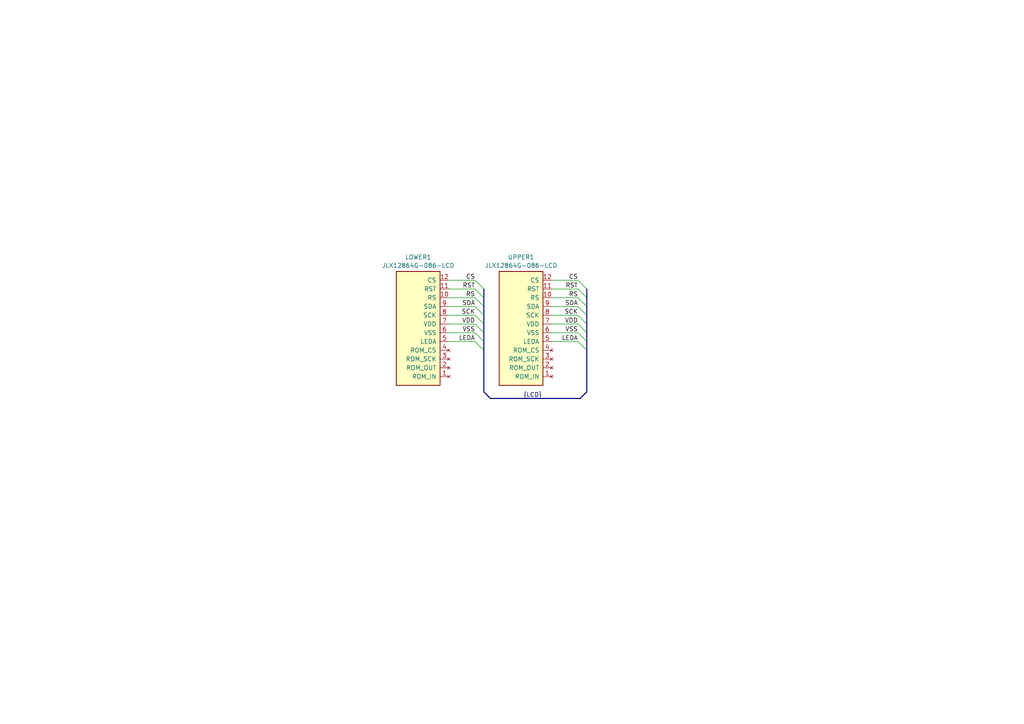
<source format=kicad_sch>
(kicad_sch (version 20230121) (generator eeschema)
  (paper "A4")
  (lib_symbols
    (symbol "LocalLibrary:JLX12864G-086-LCD" (pin_names (offset 1.016))
      (property "Reference" "DS" (at 5.08 -17.78 0))
      (property "Value" "JLX12864G-086-LCD" (at -0.635 18.415 0))
      (symbol "JLX12864G-086-LCD_0_1"
        (rectangle (start -6.35 16.51) (end 6.35 -16.51) (stroke (width 0.254)) (fill (type background)))
      )
      (symbol "JLX12864G-086-LCD_1_1"
        (pin no_connect line (at 8.89 -13.97 180) (length 2.54) (name "ROM_IN") (number "1"))
        (pin input line (at 8.89 8.89 180) (length 2.54) (name "RS") (number "10"))
        (pin input line (at 8.89 11.43 180) (length 2.54) (name "RST") (number "11"))
        (pin input line (at 8.89 13.97 180) (length 2.54) (name "CS") (number "12"))
        (pin no_connect line (at 8.89 -11.43 180) (length 2.54) (name "ROM_OUT") (number "2"))
        (pin no_connect line (at 8.89 -8.89 180) (length 2.54) (name "ROM_SCK") (number "3"))
        (pin no_connect line (at 8.89 -6.35 180) (length 2.54) (name "ROM_CS") (number "4"))
        (pin input line (at 8.89 -3.81 180) (length 2.54) (name "LEDA") (number "5"))
        (pin power_in line (at 8.89 -1.27 180) (length 2.54) (name "VSS") (number "6"))
        (pin power_in line (at 8.89 1.27 180) (length 2.54) (name "VDD") (number "7"))
        (pin input line (at 8.89 3.81 180) (length 2.54) (name "SCK") (number "8"))
        (pin input line (at 8.89 6.35 180) (length 2.54) (name "SDA") (number "9"))
      )
    )
  )
  (bus_alias "LCD" (members "CS" "RST" "RS" "SDA" "SCK" "VDD" "VSS" "LEDA"))
  (bus_entry (at 167.64 83.82) (size 2.54 2.54))
  (bus_entry (at 137.795 88.9) (size 2.54 2.54))
  (bus_entry (at 167.64 86.36) (size 2.54 2.54))
  (bus_entry (at 167.64 81.28) (size 2.54 2.54))
  (bus_entry (at 137.795 91.44) (size 2.54 2.54))
  (bus_entry (at 167.64 88.9) (size 2.54 2.54))
  (bus_entry (at 167.64 99.06) (size 2.54 2.54))
  (bus_entry (at 167.64 93.98) (size 2.54 2.54))
  (bus_entry (at 137.795 93.98) (size 2.54 2.54))
  (bus_entry (at 137.795 81.28) (size 2.54 2.54))
  (bus_entry (at 137.795 99.06) (size 2.54 2.54))
  (bus_entry (at 137.795 86.36) (size 2.54 2.54))
  (bus_entry (at 167.64 96.52) (size 2.54 2.54))
  (bus_entry (at 137.795 96.52) (size 2.54 2.54))
  (bus_entry (at 137.795 83.82) (size 2.54 2.54))
  (bus_entry (at 167.64 91.44) (size 2.54 2.54))
  (wire (pts (xy 130.175 99.06) (xy 137.795 99.06)))
  (wire (pts (xy 160.02 81.28) (xy 167.64 81.28)))
  (wire (pts (xy 160.02 83.82) (xy 167.64 83.82)))
  (wire (pts (xy 130.175 81.28) (xy 137.795 81.28)))
  (bus (pts (xy 140.335 99.06) (xy 140.335 101.6)))
  (bus (pts (xy 170.18 93.98) (xy 170.18 96.52)))
  (wire (pts (xy 160.02 88.9) (xy 167.64 88.9)))
  (bus (pts (xy 170.18 83.82) (xy 170.18 86.36)))
  (bus (pts (xy 170.18 88.9) (xy 170.18 91.44)))
  (bus (pts (xy 140.335 101.6) (xy 140.335 113.665)))
  (bus (pts (xy 170.18 91.44) (xy 170.18 93.98)))
  (bus (pts (xy 140.335 96.52) (xy 140.335 99.06)))
  (bus (pts (xy 140.335 86.36) (xy 140.335 88.9)))
  (bus (pts (xy 140.335 83.82) (xy 140.335 86.36)))
  (bus (pts (xy 140.335 113.665) (xy 142.24 115.57)))
  (bus (pts (xy 140.335 93.98) (xy 140.335 96.52)))
  (wire (pts (xy 130.175 88.9) (xy 137.795 88.9)))
  (wire (pts (xy 130.175 86.36) (xy 137.795 86.36)))
  (wire (pts (xy 130.175 93.98) (xy 137.795 93.98)))
  (wire (pts (xy 160.02 99.06) (xy 167.64 99.06)))
  (bus (pts (xy 140.335 91.44) (xy 140.335 93.98)))
  (wire (pts (xy 160.02 86.36) (xy 167.64 86.36)))
  (bus (pts (xy 170.18 86.36) (xy 170.18 88.9)))
  (bus (pts (xy 170.18 96.52) (xy 170.18 99.06)))
  (wire (pts (xy 160.02 96.52) (xy 167.64 96.52)))
  (wire (pts (xy 160.02 91.44) (xy 167.64 91.44)))
  (wire (pts (xy 130.175 96.52) (xy 137.795 96.52)))
  (bus (pts (xy 170.18 99.06) (xy 170.18 101.6)))
  (bus (pts (xy 142.24 115.57) (xy 168.275 115.57)))
  (wire (pts (xy 160.02 93.98) (xy 167.64 93.98)))
  (wire (pts (xy 130.175 91.44) (xy 137.795 91.44)))
  (bus (pts (xy 170.18 113.665) (xy 168.275 115.57)))
  (bus (pts (xy 170.18 101.6) (xy 170.18 113.665)))
  (bus (pts (xy 140.335 88.9) (xy 140.335 91.44)))
  (wire (pts (xy 130.175 83.82) (xy 137.795 83.82)))
  (label "RST" (at 167.64 83.82 180))
  (label "CS" (at 137.795 81.28 180))
  (label "RS" (at 137.795 86.36 180))
  (label "VDD" (at 167.64 93.98 180))
  (label "RST" (at 137.795 83.82 180))
  (label "SDA" (at 167.64 88.9 180))
  (label "VSS" (at 167.64 96.52 180))
  (label "SDA" (at 137.795 88.9 180))
  (label "CS" (at 167.64 81.28 180))
  (label "RS" (at 167.64 86.36 180))
  (label "VSS" (at 137.795 96.52 180))
  (label "{LCD}" (at 151.765 115.57 0))
  (label "SCK" (at 137.795 91.44 180))
  (label "LEDA" (at 167.64 99.06 180))
  (label "SCK" (at 167.64 91.44 180))
  (label "LEDA" (at 137.795 99.06 180))
  (label "VDD" (at 137.795 93.98 180))
  (symbol (lib_id "LocalLibrary:JLX12864G-086-LCD") (at 121.285 95.25 0) (unit 1)
    (property "Reference" "LOWER1" (at 121.285 74.5957 0))
    (property "Value" "JLX12864G-086-LCD" (at 121.285 77.0199 0))
    (property "Footprint" "LocalLibrary:JLX12864G" (effects hide))
    (property "Datasheet" "https://www.mikrocontroller.net/attachment/252515/JLX12864G-086.pdf" (effects hide))
  )
  (symbol (lib_id "LocalLibrary:JLX12864G-086-LCD") (at 151.13 95.25 0) (unit 1)
    (property "Reference" "UPPER1" (at 151.13 74.5957 0))
    (property "Value" "JLX12864G-086-LCD" (at 151.13 77.0199 0))
    (property "Footprint" "LocalLibrary:JLX12864G" (effects hide))
    (property "Datasheet" "https://www.mikrocontroller.net/attachment/252515/JLX12864G-086.pdf" (effects hide))
  )
)
</source>
